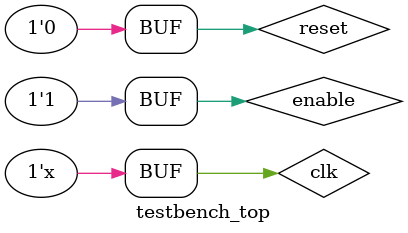
<source format=v>
module testbench_top;
reg clk, reset, enable;

wire VGA_RED, VGA_GREEN, VGA_BLUE;
wire VGA_HSYNC, VGA_VSYNC;

reg [7*8:0] color;

wire [13:0] addr;

integer fd;

//dokimastko


vgacontroller vgacontroller_inst(clk, reset, enable, VGA_RED, VGA_GREEN, VGA_BLUE, VGA_HSYNC, VGA_VSYNC, addr);

initial 
begin
    clk = 0;
    reset = 1;
    enable = 0;
    //fd = $fopen("C:\Users\jimar\Desktop\digital_lab\lab3\Lab3\colors.txt", "w");  
    #100 reset = 0;  
    #1000 enable = 1;  
    //#100000  $fclose(fd); 
end

always @(addr)
begin
    //#100 addr <= addr + 1;
    if( (VGA_RED == 1) && (VGA_GREEN == 1) && (VGA_BLUE == 1) )
        color = "white";
    else if ( (VGA_RED == 1) && (VGA_GREEN == 0) && (VGA_BLUE == 0) )
        color = "RED";
    else if ( (VGA_RED == 0) && (VGA_GREEN == 1) && (VGA_BLUE == 0) )
        color = "GREEN";
    else if ( (VGA_RED == 0) && (VGA_GREEN == 0) && (VGA_BLUE == 1) )
        color = "BLUE";
    else if ( (VGA_RED == 0) && (VGA_GREEN == 0) && (VGA_BLUE == 0) )
        color = "black";
    else
        color ="random";

    //$monitor("addr: %d r = %d g = %d b =%d\n", addr, red, green, blue);
    //$fdisplay(fd, "addr: %d color = %s\n", addr, color);
    //#10 $fdisplay(fd, VGA_RED);
end
 

always #5 clk = ~clk;       // prosomoiosi tou clk tis FPGA

endmodule
</source>
